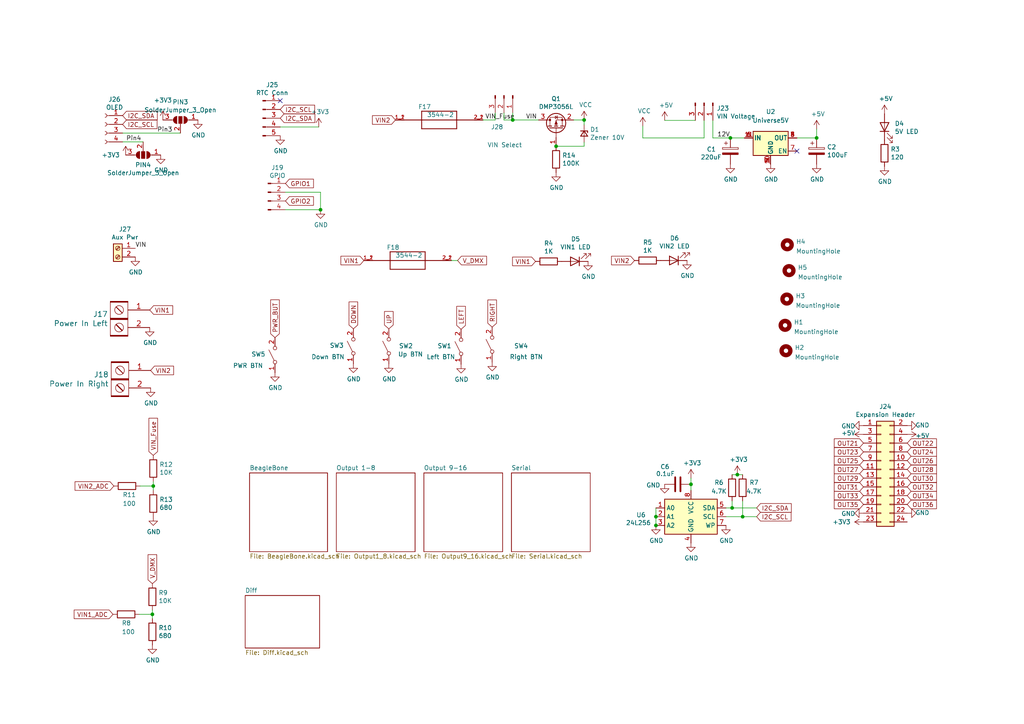
<source format=kicad_sch>
(kicad_sch (version 20211123) (generator eeschema)
  (paper "A4")
  (title_block (title "BBB 16 SMD") (date "2022-08-14") (rev "v3") (company "Scott Hanson"))
  (lib_symbols
    (symbol "BBB_16-rescue:3544-2-Keystone_Fuse" (pin_names (offset 1.016) hide)
      (property "Reference" "F" (at -5.08 3.302 0))
      (property "Value" "3544-2-Keystone_Fuse" (at -5.08 -5.08 0))
      (symbol "3544-2-Keystone_Fuse_0_0"
        (pin passive line (at -12.7 0 0) (length 2.54) (name "1") (number "1_1"))
        (pin passive line (at -12.7 0 0) (length 2.54) (name "1") (number "1_2"))
        (pin passive line (at 12.7 0 180) (length 2.54) (name "2") (number "2_1"))
        (pin passive line (at 12.7 0 180) (length 2.54) (name "2") (number "2_2"))
      )
    )
    (symbol "BBB_16-rescue:CP-Device" (pin_numbers hide) (pin_names (offset 0.254))
      (property "Reference" "C" (at 0.635 2.54 0))
      (property "Value" "CP-Device" (at 0.635 -2.54 0))
      (symbol "CP-Device_1_1"
        (pin passive line (at 0 3.81 270) (length 2.794) (name "~") (number "1"))
        (pin passive line (at 0 -3.81 90) (length 2.794) (name "~") (number "2"))
      )
    )
    (symbol "Barrier_Blocks:BARRIER_BLOCK_1ROW_2POS" (pin_names (offset 1.016) hide)
      (property "Reference" "TB" (at 0.127 -6.731 0))
      (property "Value" "BARRIER_BLOCK_1ROW_2POS" (at 0.254 6.35 0))
      (symbol "BARRIER_BLOCK_1ROW_2POS_1_1"
        (pin passive line (at -8.89 2.54 0) (length 6.35) (name "P1") (number "1"))
        (pin passive line (at -8.89 -2.54 0) (length 6.35) (name "P2") (number "2"))
      )
    )
    (symbol "Connector:Conn_01x03_Male" (pin_names (offset 1.016) hide)
      (property "Reference" "J" (at 0 5.08 0))
      (property "Value" "Conn_01x03_Male" (at 0 -5.08 0))
      (symbol "Conn_01x03_Male_1_1"
        (pin passive line (at 5.08 2.54 180) (length 3.81) (name "Pin_1") (number "1"))
        (pin passive line (at 5.08 0 180) (length 3.81) (name "Pin_2") (number "2"))
        (pin passive line (at 5.08 -2.54 180) (length 3.81) (name "Pin_3") (number "3"))
      )
    )
    (symbol "Connector:Conn_01x04_Female" (pin_names (offset 1.016) hide)
      (property "Reference" "J" (at 0 5.08 0))
      (property "Value" "Conn_01x04_Female" (at 0 -7.62 0))
      (symbol "Conn_01x04_Female_1_1"
        (pin passive line (at -5.08 2.54 0) (length 3.81) (name "Pin_1") (number "1"))
        (pin passive line (at -5.08 0 0) (length 3.81) (name "Pin_2") (number "2"))
        (pin passive line (at -5.08 -2.54 0) (length 3.81) (name "Pin_3") (number "3"))
        (pin passive line (at -5.08 -5.08 0) (length 3.81) (name "Pin_4") (number "4"))
      )
    )
    (symbol "Connector:Conn_01x04_Male" (pin_names (offset 1.016) hide)
      (property "Reference" "J" (at 0 5.08 0))
      (property "Value" "Conn_01x04_Male" (at 0 -7.62 0))
      (symbol "Conn_01x04_Male_1_1"
        (pin passive line (at 5.08 2.54 180) (length 3.81) (name "Pin_1") (number "1"))
        (pin passive line (at 5.08 0 180) (length 3.81) (name "Pin_2") (number "2"))
        (pin passive line (at 5.08 -2.54 180) (length 3.81) (name "Pin_3") (number "3"))
        (pin passive line (at 5.08 -5.08 180) (length 3.81) (name "Pin_4") (number "4"))
      )
    )
    (symbol "Connector:Conn_01x05_Male" (pin_names (offset 1.016) hide)
      (property "Reference" "J" (at 0 7.62 0))
      (property "Value" "Conn_01x05_Male" (at 0 -7.62 0))
      (symbol "Conn_01x05_Male_1_1"
        (pin passive line (at 5.08 5.08 180) (length 3.81) (name "Pin_1") (number "1"))
        (pin passive line (at 5.08 2.54 180) (length 3.81) (name "Pin_2") (number "2"))
        (pin passive line (at 5.08 0 180) (length 3.81) (name "Pin_3") (number "3"))
        (pin passive line (at 5.08 -2.54 180) (length 3.81) (name "Pin_4") (number "4"))
        (pin passive line (at 5.08 -5.08 180) (length 3.81) (name "Pin_5") (number "5"))
      )
    )
    (symbol "Connector:Screw_Terminal_01x02" (pin_names (offset 1.016) hide)
      (property "Reference" "J" (at 0 2.54 0))
      (property "Value" "Screw_Terminal_01x02" (at 0 -5.08 0))
      (symbol "Screw_Terminal_01x02_1_1"
        (pin passive line (at -5.08 0 0) (length 3.81) (name "Pin_1") (number "1"))
        (pin passive line (at -5.08 -2.54 0) (length 3.81) (name "Pin_2") (number "2"))
      )
    )
    (symbol "Connector_Generic:Conn_02x12_Odd_Even" (pin_names (offset 1.016) hide)
      (property "Reference" "J" (at 1.27 15.24 0))
      (property "Value" "Conn_02x12_Odd_Even" (at 1.27 -17.78 0))
      (symbol "Conn_02x12_Odd_Even_1_1"
        (pin passive line (at -5.08 12.7 0) (length 3.81) (name "Pin_1") (number "1"))
        (pin passive line (at 7.62 2.54 180) (length 3.81) (name "Pin_10") (number "10"))
        (pin passive line (at -5.08 0 0) (length 3.81) (name "Pin_11") (number "11"))
        (pin passive line (at 7.62 0 180) (length 3.81) (name "Pin_12") (number "12"))
        (pin passive line (at -5.08 -2.54 0) (length 3.81) (name "Pin_13") (number "13"))
        (pin passive line (at 7.62 -2.54 180) (length 3.81) (name "Pin_14") (number "14"))
        (pin passive line (at -5.08 -5.08 0) (length 3.81) (name "Pin_15") (number "15"))
        (pin passive line (at 7.62 -5.08 180) (length 3.81) (name "Pin_16") (number "16"))
        (pin passive line (at -5.08 -7.62 0) (length 3.81) (name "Pin_17") (number "17"))
        (pin passive line (at 7.62 -7.62 180) (length 3.81) (name "Pin_18") (number "18"))
        (pin passive line (at -5.08 -10.16 0) (length 3.81) (name "Pin_19") (number "19"))
        (pin passive line (at 7.62 12.7 180) (length 3.81) (name "Pin_2") (number "2"))
        (pin passive line (at 7.62 -10.16 180) (length 3.81) (name "Pin_20") (number "20"))
        (pin passive line (at -5.08 -12.7 0) (length 3.81) (name "Pin_21") (number "21"))
        (pin passive line (at 7.62 -12.7 180) (length 3.81) (name "Pin_22") (number "22"))
        (pin passive line (at -5.08 -15.24 0) (length 3.81) (name "Pin_23") (number "23"))
        (pin passive line (at 7.62 -15.24 180) (length 3.81) (name "Pin_24") (number "24"))
        (pin passive line (at -5.08 10.16 0) (length 3.81) (name "Pin_3") (number "3"))
        (pin passive line (at 7.62 10.16 180) (length 3.81) (name "Pin_4") (number "4"))
        (pin passive line (at -5.08 7.62 0) (length 3.81) (name "Pin_5") (number "5"))
        (pin passive line (at 7.62 7.62 180) (length 3.81) (name "Pin_6") (number "6"))
        (pin passive line (at -5.08 5.08 0) (length 3.81) (name "Pin_7") (number "7"))
        (pin passive line (at 7.62 5.08 180) (length 3.81) (name "Pin_8") (number "8"))
        (pin passive line (at -5.08 2.54 0) (length 3.81) (name "Pin_9") (number "9"))
      )
    )
    (symbol "Device:C" (pin_numbers hide) (pin_names (offset 0.254))
      (property "Reference" "C" (at 0.635 2.54 0))
      (property "Value" "C" (at 0.635 -2.54 0))
      (symbol "C_1_1"
        (pin passive line (at 0 3.81 270) (length 2.794) (name "~") (number "1"))
        (pin passive line (at 0 -3.81 90) (length 2.794) (name "~") (number "2"))
      )
    )
    (symbol "Device:D_Zener_Small" (pin_numbers hide) (pin_names (offset 0.254) hide)
      (property "Reference" "D" (at 0 2.286 0))
      (property "Value" "D_Zener_Small" (at 0 -2.286 0))
      (symbol "D_Zener_Small_1_1"
        (pin passive line (at -2.54 0 0) (length 1.778) (name "K") (number "1"))
        (pin passive line (at 2.54 0 180) (length 1.778) (name "A") (number "2"))
      )
    )
    (symbol "Device:LED" (pin_numbers hide) (pin_names (offset 1.016) hide)
      (property "Reference" "D" (at 0 2.54 0))
      (property "Value" "LED" (at 0 -2.54 0))
      (symbol "LED_1_1"
        (pin passive line (at -3.81 0 0) (length 2.54) (name "K") (number "1"))
        (pin passive line (at 3.81 0 180) (length 2.54) (name "A") (number "2"))
      )
    )
    (symbol "Device:Q_PMOS_GSD" (pin_names (offset 0) hide)
      (property "Reference" "Q" (at 5.08 1.27 0))
      (property "Value" "Q_PMOS_GSD" (at 5.08 -1.27 0))
      (symbol "Q_PMOS_GSD_1_1"
        (pin input line (at -5.08 0 0) (length 2.54) (name "G") (number "1"))
        (pin passive line (at 2.54 -5.08 90) (length 2.54) (name "S") (number "2"))
        (pin passive line (at 2.54 5.08 270) (length 2.54) (name "D") (number "3"))
      )
    )
    (symbol "Device:R" (pin_numbers hide) (pin_names (offset 0))
      (property "Reference" "R" (at 2.032 0 90))
      (property "Value" "R" (at 0 0 90))
      (symbol "R_1_1"
        (pin passive line (at 0 3.81 270) (length 1.27) (name "~") (number "1"))
        (pin passive line (at 0 -3.81 90) (length 1.27) (name "~") (number "2"))
      )
    )
    (symbol "Jumper:SolderJumper_3_Open" (pin_names (offset 0) hide)
      (property "Reference" "JP" (at -2.54 -2.54 0))
      (property "Value" "SolderJumper_3_Open" (at 0 2.794 0))
      (symbol "SolderJumper_3_Open_1_1"
        (pin passive line (at -5.08 0 0) (length 2.54) (name "A") (number "1"))
        (pin input line (at 0 -3.81 90) (length 2.54) (name "C") (number "2"))
        (pin passive line (at 5.08 0 180) (length 2.54) (name "B") (number "3"))
      )
    )
    (symbol "Mechanical:MountingHole" (pin_names (offset 1.016))
      (property "Reference" "H" (at 0 5.08 0))
      (property "Value" "MountingHole" (at 0 3.175 0))
    )
    (symbol "Memory_EEPROM:24LC32"
      (property "Reference" "U" (at -6.35 6.35 0))
      (property "Value" "24LC32" (at 1.27 6.35 0))
      (symbol "24LC32_1_1"
        (pin input line (at -10.16 2.54 0) (length 2.54) (name "A0") (number "1"))
        (pin input line (at -10.16 0 0) (length 2.54) (name "A1") (number "2"))
        (pin input line (at -10.16 -2.54 0) (length 2.54) (name "A2") (number "3"))
        (pin power_in line (at 0 -7.62 90) (length 2.54) (name "GND") (number "4"))
        (pin bidirectional line (at 10.16 2.54 180) (length 2.54) (name "SDA") (number "5"))
        (pin input line (at 10.16 0 180) (length 2.54) (name "SCL") (number "6"))
        (pin input line (at 10.16 -2.54 180) (length 2.54) (name "WP") (number "7"))
        (pin power_in line (at 0 7.62 270) (length 2.54) (name "VCC") (number "8"))
      )
    )
    (symbol "PB_16-rescue:3544-2-Keystone_Fuse" (pin_names (offset 1.016) hide)
      (property "Reference" "F" (at -5.08 3.302 0))
      (property "Value" "3544-2-Keystone_Fuse" (at -5.08 -5.08 0))
      (symbol "3544-2-Keystone_Fuse_0_0"
        (pin passive line (at -12.7 0 0) (length 2.54) (name "1") (number "1_1"))
        (pin passive line (at -12.7 0 0) (length 2.54) (name "1") (number "1_2"))
        (pin passive line (at 12.7 0 180) (length 2.54) (name "2") (number "2_1"))
        (pin passive line (at 12.7 0 180) (length 2.54) (name "2") (number "2_2"))
      )
    )
    (symbol "Scotts:Universe5V" (pin_names (offset 0.254))
      (property "Reference" "U" (at -3.81 3.175 0))
      (property "Value" "Universe5V" (at 0 3.175 0))
      (symbol "Universe5V_0_0"
        (pin power_in line (at 0 -7.62 90) (length 2.54) (name "GND") (number "10"))
        (pin power_in line (at -7.62 0 0) (length 2.54) (name "IN") (number "11"))
        (pin power_out line (at 7.62 0 180) (length 2.54) (name "OUT") (number "4"))
        (pin power_in line (at 0 -7.62 90) (length 2.54) (name "GND") (number "5"))
        (pin power_in line (at -7.62 0 0) (length 2.54) (name "IN") (number "6"))
        (pin output line (at 7.62 -3.81 180) (length 2.54) (name "EN") (number "7"))
        (pin power_out line (at 7.62 0 180) (length 2.54) (name "OUT") (number "8"))
        (pin power_in line (at 0 -7.62 90) (length 2.54) (name "GND") (number "9"))
      )
      (symbol "Universe5V_1_1"
        (pin power_in line (at -7.62 0 0) (length 2.54) (name "IN") (number "1"))
        (pin power_in line (at 0 -7.62 90) (length 2.54) (name "GND") (number "2"))
        (pin power_out line (at 7.62 0 180) (length 2.54) (name "OUT") (number "3"))
      )
    )
    (symbol "Switch:SW_SPST" (pin_names (offset 0) hide)
      (property "Reference" "SW" (at 0 3.175 0))
      (property "Value" "SW_SPST" (at 0 -2.54 0))
      (symbol "SW_SPST_1_1"
        (pin passive line (at -5.08 0 0) (length 2.54) (name "A") (number "1"))
        (pin passive line (at 5.08 0 180) (length 2.54) (name "B") (number "2"))
      )
    )
    (symbol "power:+3.3V" (power) (pin_names (offset 0))
      (property "Value" "+3.3V" (at 0 3.556 0))
      (symbol "+3.3V_1_1"
        (pin power_in line (at 0 0 90) (length 0) hide (name "+3V3") (number "1"))
      )
    )
    (symbol "power:+5V" (power) (pin_names (offset 0))
      (property "Value" "+5V" (at 0 3.556 0))
      (symbol "+5V_1_1"
        (pin power_in line (at 0 0 90) (length 0) hide (name "+5V") (number "1"))
      )
    )
    (symbol "power:GND" (power) (pin_names (offset 0))
      (property "Value" "GND" (at 0 -3.81 0))
      (symbol "GND_1_1"
        (pin power_in line (at 0 0 270) (length 0) hide (name "GND") (number "1"))
      )
    )
    (symbol "power:VCC" (power) (pin_names (offset 0))
      (property "Value" "VCC" (at 0 3.81 0))
      (symbol "VCC_1_1"
        (pin power_in line (at 0 0 90) (length 0) hide (name "VCC") (number "1"))
      )
    )
  )
  (junction (at 44.196 178.181))
  (junction (at 92.964 60.833))
  (junction (at 148.717 34.798))
  (junction (at 215.392 149.86))
  (junction (at 213.868 137.668))
  (junction (at 161.29 42.418))
  (junction (at 212.344 147.32))
  (junction (at 44.45 140.97))
  (junction (at 190.246 149.86))
  (junction (at 190.246 152.4))
  (junction (at 211.836 40.005))
  (junction (at 200.406 140.462))
  (junction (at 169.418 34.798))
  (junction (at 236.855 40.005))
  (no_connect (at 81.28 29.21))
  (no_connect (at 231.14 43.815))
  (wire (pts (xy 210.566 147.32) (xy 212.344 147.32)))
  (wire (pts (xy 215.392 149.86) (xy 210.566 149.86)))
  (wire (pts (xy 186.436 40.005) (xy 186.436 36.576)))
  (wire (pts (xy 211.836 40.005) (xy 215.9 40.005)))
  (wire (pts (xy 200.406 142.24) (xy 200.406 140.462)))
  (wire (pts (xy 200.406 140.462) (xy 200.406 138.684)))
  (wire (pts (xy 148.717 34.798) (xy 156.21 34.798)))
  (wire (pts (xy 81.28 36.83) (xy 92.456 36.83)))
  (wire (pts (xy 211.836 40.005) (xy 206.756 40.005)))
  (wire (pts (xy 44.45 140.97) (xy 44.45 142.24)))
  (wire (pts (xy 44.45 139.7) (xy 44.45 140.97)))
  (wire (pts (xy 231.14 40.005) (xy 236.855 40.005)))
  (wire (pts (xy 148.717 32.766) (xy 148.717 34.798)))
  (wire (pts (xy 212.344 147.32) (xy 219.456 147.32)))
  (wire (pts (xy 146.177 34.798) (xy 148.717 34.798)))
  (wire (pts (xy 204.216 34.925) (xy 204.216 40.005)))
  (wire (pts (xy 92.964 60.833) (xy 82.804 60.833)))
  (wire (pts (xy 130.937 75.565) (xy 132.715 75.565)))
  (wire (pts (xy 44.45 140.97) (xy 40.64 140.97)))
  (wire (pts (xy 219.456 149.86) (xy 215.392 149.86)))
  (wire (pts (xy 143.637 34.798) (xy 140.081 34.798)))
  (wire (pts (xy 169.418 42.418) (xy 161.29 42.418)))
  (wire (pts (xy 52.324 38.608) (xy 35.56 38.608)))
  (wire (pts (xy 215.392 145.288) (xy 215.392 149.86)))
  (wire (pts (xy 204.216 40.005) (xy 186.436 40.005)))
  (wire (pts (xy 212.344 137.668) (xy 213.868 137.668)))
  (wire (pts (xy 44.196 176.911) (xy 44.196 178.181)))
  (wire (pts (xy 190.246 147.32) (xy 190.246 149.86)))
  (wire (pts (xy 92.964 55.753) (xy 92.964 60.833)))
  (wire (pts (xy 166.37 34.798) (xy 169.418 34.798)))
  (wire (pts (xy 146.177 34.798) (xy 146.177 32.766)))
  (wire (pts (xy 201.676 34.925) (xy 192.786 34.925)))
  (wire (pts (xy 206.756 40.005) (xy 206.756 34.925)))
  (wire (pts (xy 169.418 34.798) (xy 169.418 36.195)))
  (wire (pts (xy 44.196 178.181) (xy 40.386 178.181)))
  (wire (pts (xy 143.637 34.798) (xy 143.637 32.766)))
  (wire (pts (xy 82.804 55.753) (xy 92.964 55.753)))
  (wire (pts (xy 212.344 145.288) (xy 212.344 147.32)))
  (wire (pts (xy 35.56 41.148) (xy 41.529 41.148)))
  (wire (pts (xy 213.868 137.668) (xy 215.392 137.668)))
  (wire (pts (xy 44.196 178.181) (xy 44.196 179.451)))
  (wire (pts (xy 169.418 41.275) (xy 169.418 42.418)))
  (wire (pts (xy 190.246 149.86) (xy 190.246 152.4)))
  (wire (pts (xy 236.855 40.005) (xy 236.855 37.465)))
  (label "Pin4" (at 36.576 41.148 0))
  (label "VIN" (at 39.243 72.009 0))
  (label "VIN_Fuse" (at 140.716 34.798 0))
  (label "VIN" (at 152.527 34.798 0))
  (label "Pin3" (at 45.593 38.608 0))
  (label "12V" (at 208.026 40.005 0))
  (global_label "GPIO2" (shape input) (at 82.804 58.293 0) (property "Intersheet References" "${INTERSHEET_REFS}" (effects hide)))
  (global_label "OUT32" (shape input) (at 263.144 141.224 0) (property "Intersheet References" "${INTERSHEET_REFS}" (effects hide)))
  (global_label "VIN2" (shape input) (at 184.023 75.565 180) (property "Intersheet References" "${INTERSHEET_REFS}" (effects hide)))
  (global_label "OUT34" (shape input) (at 263.144 143.764 0) (property "Intersheet References" "${INTERSHEET_REFS}" (effects hide)))
  (global_label "OUT23" (shape input) (at 250.444 131.064 180) (property "Intersheet References" "${INTERSHEET_REFS}" (effects hide)))
  (global_label "DOWN" (shape input) (at 102.489 95.377 90) (property "Intersheet References" "${INTERSHEET_REFS}" (effects hide)))
  (global_label "VIN2" (shape input) (at 43.688 107.442 0) (property "Intersheet References" "${INTERSHEET_REFS}" (effects hide)))
  (global_label "OUT30" (shape input) (at 263.144 138.684 0) (property "Intersheet References" "${INTERSHEET_REFS}" (effects hide)))
  (global_label "OUT27" (shape input) (at 250.444 136.144 180) (property "Intersheet References" "${INTERSHEET_REFS}" (effects hide)))
  (global_label "V_DMX" (shape input) (at 44.196 169.291 90) (property "Intersheet References" "${INTERSHEET_REFS}" (effects hide)))
  (global_label "PWR_BUT" (shape input) (at 79.756 97.917 90) (property "Intersheet References" "${INTERSHEET_REFS}" (effects hide)))
  (global_label "I2C_SCL" (shape input) (at 81.28 31.75 0) (property "Intersheet References" "${INTERSHEET_REFS}" (effects hide)))
  (global_label "UP" (shape input) (at 112.776 95.377 90) (property "Intersheet References" "${INTERSHEET_REFS}" (effects hide)))
  (global_label "OUT25" (shape input) (at 250.444 133.604 180) (property "Intersheet References" "${INTERSHEET_REFS}" (effects hide)))
  (global_label "VIN2_ADC" (shape input) (at 33.02 140.97 180) (property "Intersheet References" "${INTERSHEET_REFS}" (effects hide)))
  (global_label "I2C_SCL" (shape input) (at 35.56 36.068 0) (property "Intersheet References" "${INTERSHEET_REFS}" (effects hide)))
  (global_label "V_DMX" (shape input) (at 132.715 75.565 0) (property "Intersheet References" "${INTERSHEET_REFS}" (effects hide)))
  (global_label "I2C_SDA" (shape input) (at 35.56 33.528 0) (property "Intersheet References" "${INTERSHEET_REFS}" (effects hide)))
  (global_label "RIGHT" (shape input) (at 142.748 94.869 90) (property "Intersheet References" "${INTERSHEET_REFS}" (effects hide)))
  (global_label "LEFT" (shape input) (at 133.731 95.504 90) (property "Intersheet References" "${INTERSHEET_REFS}" (effects hide)))
  (global_label "OUT35" (shape input) (at 250.444 146.304 180) (property "Intersheet References" "${INTERSHEET_REFS}" (effects hide)))
  (global_label "VIN1" (shape input) (at 105.537 75.565 180) (property "Intersheet References" "${INTERSHEET_REFS}" (effects hide)))
  (global_label "I2C_SDA" (shape input) (at 81.28 34.29 0) (property "Intersheet References" "${INTERSHEET_REFS}" (effects hide)))
  (global_label "OUT33" (shape input) (at 250.444 143.764 180) (property "Intersheet References" "${INTERSHEET_REFS}" (effects hide)))
  (global_label "OUT31" (shape input) (at 250.444 141.224 180) (property "Intersheet References" "${INTERSHEET_REFS}" (effects hide)))
  (global_label "OUT26" (shape input) (at 263.144 133.604 0) (property "Intersheet References" "${INTERSHEET_REFS}" (effects hide)))
  (global_label "VIN2" (shape input) (at 114.681 34.798 180) (property "Intersheet References" "${INTERSHEET_REFS}" (effects hide)))
  (global_label "VIN1" (shape input) (at 43.434 89.916 0) (property "Intersheet References" "${INTERSHEET_REFS}" (effects hide)))
  (global_label "OUT36" (shape input) (at 263.144 146.304 0) (property "Intersheet References" "${INTERSHEET_REFS}" (effects hide)))
  (global_label "GPIO1" (shape input) (at 82.804 53.213 0) (property "Intersheet References" "${INTERSHEET_REFS}" (effects hide)))
  (global_label "OUT21" (shape input) (at 250.444 128.524 180) (property "Intersheet References" "${INTERSHEET_REFS}" (effects hide)))
  (global_label "VIN_Fuse" (shape input) (at 44.45 132.08 90) (property "Intersheet References" "${INTERSHEET_REFS}" (effects hide)))
  (global_label "OUT28" (shape input) (at 263.144 136.144 0) (property "Intersheet References" "${INTERSHEET_REFS}" (effects hide)))
  (global_label "OUT24" (shape input) (at 263.144 131.064 0) (property "Intersheet References" "${INTERSHEET_REFS}" (effects hide)))
  (global_label "I2C_SCL" (shape input) (at 219.456 149.86 0) (property "Intersheet References" "${INTERSHEET_REFS}" (effects hide)))
  (global_label "VIN1" (shape input) (at 155.321 75.819 180) (property "Intersheet References" "${INTERSHEET_REFS}" (effects hide)))
  (global_label "OUT22" (shape input) (at 263.144 128.524 0) (property "Intersheet References" "${INTERSHEET_REFS}" (effects hide)))
  (global_label "I2C_SDA" (shape input) (at 219.456 147.32 0) (property "Intersheet References" "${INTERSHEET_REFS}" (effects hide)))
  (global_label "OUT29" (shape input) (at 250.444 138.684 180) (property "Intersheet References" "${INTERSHEET_REFS}" (effects hide)))
  (global_label "VIN1_ADC" (shape input) (at 32.766 178.181 180) (property "Intersheet References" "${INTERSHEET_REFS}" (effects hide)))
  (symbol (lib_id "BBB_16-rescue:CP-Device") (at 236.855 43.815 0) (unit 1)
    (property "Reference" "C2" (at 239.8522 42.6466 0) (effects (justify left)))
    (property "Value" "100uF" (at 239.8522 44.958 0) (effects (justify left)))
    (property "Footprint" "Capacitor_SMD:CP_Elec_6.3x5.4_Nichicon" (effects hide))
    (property "Digi-Key_PN" "493-2105-1-ND" (effects hide))
    (property "MPN" "UWX1C101MCL1GB" (effects hide))
    (property "LCSC" "C134723" (effects hide))
  )
  (symbol (lib_id "BBB_16-rescue:CP-Device") (at 211.836 43.815 0) (unit 1)
    (property "Reference" "C1" (at 204.978 43.307 0) (effects (justify left)))
    (property "Value" "220uF" (at 203.2 45.593 0) (effects (justify left)))
    (property "Footprint" "Capacitor_THT:CP_Radial_D10.0mm_P5.00mm" (effects hide))
    (property "Digi-Key_PN" "P5183-ND" (effects hide))
    (property "MPN" "ECA-1HM221" (effects hide))
    (property "LCSC" "C88784" (effects hide))
  )
  (symbol (lib_id "power:GND") (at 43.434 94.996 0) (unit 1)
    (property "Reference" "#PWR0101" (effects hide))
    (property "Value" "GND" (at 43.561 99.3902 0))
  )
  (symbol (lib_id "power:GND") (at 223.52 47.625 0) (unit 1)
    (property "Reference" "#PWR0113" (effects hide))
    (property "Value" "GND" (at 223.647 52.0192 0))
  )
  (symbol (lib_id "power:GND") (at 236.855 47.625 0) (unit 1)
    (property "Reference" "#PWR0114" (effects hide))
    (property "Value" "GND" (at 236.982 52.0192 0))
  )
  (symbol (lib_id "power:GND") (at 211.836 47.625 0) (unit 1)
    (property "Reference" "#PWR0115" (effects hide))
    (property "Value" "GND" (at 211.963 52.0192 0))
  )
  (symbol (lib_id "power:+5V") (at 236.855 37.465 0) (unit 1)
    (property "Reference" "#PWR0116" (effects hide))
    (property "Value" "+5V" (at 237.236 33.0708 0))
  )
  (symbol (lib_id "Connector:Conn_01x03_Male") (at 204.216 29.845 270) (unit 1)
    (property "Reference" "J23" (at 207.8736 31.4198 90) (effects (justify left)))
    (property "Value" "VIN Voltage" (at 207.8736 33.7312 90) (effects (justify left)))
    (property "Footprint" "Connector_PinHeader_2.54mm:PinHeader_1x03_P2.54mm_Vertical" (effects hide))
    (property "Digi-Key_PN" "732-5316-ND" (effects hide))
    (property "MPN" "61300311121" (effects hide))
    (property "LCSC" "C49257" (effects hide))
  )
  (symbol (lib_id "power:+5V") (at 192.786 34.925 0) (unit 1)
    (property "Reference" "#PWR047" (effects hide))
    (property "Value" "+5V" (at 193.167 30.5308 0))
  )
  (symbol (lib_id "power:GND") (at 43.688 112.522 0) (unit 1)
    (property "Reference" "#PWR02" (effects hide))
    (property "Value" "GND" (at 43.815 116.9162 0))
  )
  (symbol (lib_id "Connector:Conn_01x05_Male") (at 76.2 34.29 0) (unit 1)
    (property "Reference" "J25" (at 78.9432 24.6126 0))
    (property "Value" "RTC Conn" (at 78.9432 26.924 0))
    (property "Footprint" "Connector_PinHeader_2.54mm:PinHeader_1x05_P2.54mm_Vertical" (effects hide))
    (property "Digi-Key_PN" "732-5318-ND" (effects hide))
    (property "MPN" "61300511121" (effects hide))
    (property "LCSC" "C358687" (effects hide))
  )
  (symbol (lib_id "power:GND") (at 81.28 39.37 0) (unit 1)
    (property "Reference" "#PWR039" (effects hide))
    (property "Value" "GND" (at 81.407 43.7642 0))
  )
  (symbol (lib_id "BBB_16-rescue:3544-2-Keystone_Fuse") (at 118.237 75.565 0) (unit 1)
    (property "Reference" "F18" (at 112.141 71.755 0) (effects (justify left)))
    (property "Value" "3544-2" (at 114.681 74.041 0) (effects (justify left)))
    (property "Footprint" "Keystone_Fuse:FUSE_3544-2" (effects hide))
    (property "Field4" "3544-2" (effects hide))
    (property "Field5" "None" (effects hide))
    (property "Field6" "Unavailable" (effects hide))
    (property "Field7" "Fuse Clip; 500 VAC; 30 A; PCB; For 0.110 in. x 0.032 in. mini blade fuses" (effects hide))
    (property "Field8" "Keystone Electronics" (effects hide))
    (property "Digi-Key_PN" "36-3544-2-ND" (effects hide))
    (property "MPN" "3544-2" (effects hide))
    (property "LCSC" "C492610" (effects hide))
  )
  (symbol (lib_id "Connector:Conn_01x04_Female") (at 30.48 36.068 0) (mirror y) (unit 1)
    (property "Reference" "J26" (at 33.2232 28.829 0))
    (property "Value" "OLED" (at 33.2232 31.1404 0))
    (property "Footprint" "Scotts:OLED-SSD1306-128X64-I2C-THT_2HOLE" (effects hide))
    (property "Digi-Key_PN" "S7002-ND" (effects hide))
    (property "MPN" "PPTC041LFBN-RC" (effects hide))
    (property "LCSC" "C225501" (effects hide))
  )
  (symbol (lib_id "power:GND") (at 57.404 34.798 0) (unit 1)
    (property "Reference" "#PWR051" (effects hide))
    (property "Value" "GND" (at 57.531 39.1922 0))
  )
  (symbol (lib_id "power:+3.3V") (at 92.456 36.83 0) (unit 1)
    (property "Reference" "#PWR0104" (effects hide))
    (property "Value" "+3.3V" (at 92.837 32.4358 0))
  )
  (symbol (lib_id "power:+3.3V") (at 47.244 34.798 0) (unit 1)
    (property "Reference" "#PWR0108" (effects hide))
    (property "Value" "+3.3V" (at 47.244 29.083 0))
  )
  (symbol (lib_id "Device:LED") (at 166.751 75.819 180) (unit 1)
    (property "Reference" "D5" (at 166.9288 69.342 0))
    (property "Value" "VIN1 LED" (at 166.9288 71.6534 0))
    (property "Footprint" "LED_SMD:LED_0603_1608Metric_Pad1.05x0.95mm_HandSolder" (effects hide))
    (property "Digi-Key_PN" "160-1436-2-ND" (effects hide))
    (property "MPN" "LTST-C190KRKT" (effects hide))
    (property "LCSC" "C2286" (effects hide))
  )
  (symbol (lib_id "Device:LED") (at 195.453 75.565 180) (unit 1)
    (property "Reference" "D6" (at 195.6308 69.088 0))
    (property "Value" "VIN2 LED" (at 195.6308 71.3994 0))
    (property "Footprint" "LED_SMD:LED_0603_1608Metric_Pad1.05x0.95mm_HandSolder" (effects hide))
    (property "Digi-Key_PN" "160-1436-2-ND" (effects hide))
    (property "MPN" "LTST-C190KRKT" (effects hide))
    (property "LCSC" "C2286" (effects hide))
  )
  (symbol (lib_id "Device:R") (at 159.131 75.819 270) (unit 1)
    (property "Reference" "R4" (at 159.131 70.5612 90))
    (property "Value" "1K" (at 159.131 72.8726 90))
    (property "Footprint" "Resistor_SMD:R_0603_1608Metric_Pad0.98x0.95mm_HandSolder" (effects hide))
    (property "Digi-Key_PN" "311-1.00KHRTR-ND" (effects hide))
    (property "MPN" "RC0603FR-071KL" (effects hide))
    (property "LCSC" "C21190" (effects hide))
  )
  (symbol (lib_id "Device:R") (at 187.833 75.565 270) (unit 1)
    (property "Reference" "R5" (at 187.833 70.3072 90))
    (property "Value" "1K" (at 187.833 72.6186 90))
    (property "Footprint" "Resistor_SMD:R_0603_1608Metric_Pad0.98x0.95mm_HandSolder" (effects hide))
    (property "Digi-Key_PN" "311-1.00KHRTR-ND" (effects hide))
    (property "MPN" "RC0603FR-071KL" (effects hide))
    (property "LCSC" "C21190" (effects hide))
  )
  (symbol (lib_id "power:GND") (at 170.561 75.819 0) (unit 1)
    (property "Reference" "#PWR0111" (effects hide))
    (property "Value" "GND" (at 170.688 80.2132 0))
  )
  (symbol (lib_id "power:GND") (at 199.263 75.565 0) (unit 1)
    (property "Reference" "#PWR0112" (effects hide))
    (property "Value" "GND" (at 199.39 79.9592 0))
  )
  (symbol (lib_id "Device:R") (at 256.54 44.45 180) (unit 1)
    (property "Reference" "R3" (at 258.318 43.2816 0) (effects (justify right)))
    (property "Value" "120" (at 258.318 45.593 0) (effects (justify right)))
    (property "Footprint" "Resistor_SMD:R_0603_1608Metric_Pad0.98x0.95mm_HandSolder" (effects hide))
    (property "Digi-Key_PN" "A129677CT-ND" (effects hide))
    (property "MPN" "CRGCQ0603F120R" (effects hide))
    (property "LCSC" "C22787" (effects hide))
  )
  (symbol (lib_id "Device:LED") (at 256.54 36.83 90) (unit 1)
    (property "Reference" "D4" (at 259.5118 35.8394 90) (effects (justify right)))
    (property "Value" "5V LED" (at 259.5118 38.1508 90) (effects (justify right)))
    (property "Footprint" "LED_SMD:LED_0603_1608Metric_Pad1.05x0.95mm_HandSolder" (effects hide))
    (property "Digi-Key_PN" "160-1436-2-ND" (effects hide))
    (property "MPN" "LTST-C190KRKT" (effects hide))
    (property "LCSC" "C2286" (effects hide))
  )
  (symbol (lib_id "power:+5V") (at 256.54 33.02 0) (unit 1)
    (property "Reference" "#PWR040" (effects hide))
    (property "Value" "+5V" (at 256.921 28.6258 0))
  )
  (symbol (lib_id "power:GND") (at 256.54 48.26 0) (unit 1)
    (property "Reference" "#PWR052" (effects hide))
    (property "Value" "GND" (at 256.667 52.6542 0))
  )
  (symbol (lib_id "Memory_EEPROM:24LC32") (at 200.406 149.86 0) (unit 1)
    (property "Reference" "U6" (at 185.928 149.352 0))
    (property "Value" "24L256" (at 185.166 151.638 0))
    (property "Footprint" "Package_SO:SOIC-8_3.9x4.9mm_P1.27mm" (effects hide))
    (property "Datasheet" "http://ww1.microchip.com/downloads/en/DeviceDoc/21072G.pdf" (effects hide))
    (property "Digi-Key_PN" "24LC256T-I/MSCT-ND" (effects hide))
    (property "MPN" "24LC256T-I/MS" (effects hide))
    (property "LCSC" "C6482" (effects hide))
  )
  (symbol (lib_id "power:GND") (at 210.566 152.4 0) (unit 1)
    (property "Reference" "#PWR059" (effects hide))
    (property "Value" "GND" (at 210.693 156.7942 0))
  )
  (symbol (lib_id "power:+3.3V") (at 200.406 138.684 0) (unit 1)
    (property "Reference" "#PWR057" (effects hide))
    (property "Value" "+3.3V" (at 200.787 134.2898 0))
  )
  (symbol (lib_id "power:GND") (at 200.406 157.48 0) (unit 1)
    (property "Reference" "#PWR058" (effects hide))
    (property "Value" "GND" (at 200.533 161.8742 0))
  )
  (symbol (lib_id "power:GND") (at 192.786 140.462 0) (unit 1)
    (property "Reference" "#PWR056" (effects hide))
    (property "Value" "GND" (at 189.484 140.716 0))
  )
  (symbol (lib_id "Device:C") (at 196.596 140.462 270) (unit 1)
    (property "Reference" "C6" (at 191.516 135.382 90) (effects (justify left)))
    (property "Value" "0.1uF" (at 190.246 137.414 90) (effects (justify left)))
    (property "Footprint" "Capacitor_SMD:C_0603_1608Metric_Pad1.08x0.95mm_HandSolder" (effects hide))
    (property "Digi-Key_PN" "1276-1935-2-ND" (effects hide))
    (property "MPN" "CL10B104KB8NNWC" (effects hide))
    (property "LCSC" "C14663" (effects hide))
  )
  (symbol (lib_id "Device:R") (at 212.344 141.478 180) (unit 1)
    (property "Reference" "R6" (at 208.534 139.954 0))
    (property "Value" "4.7K" (at 208.534 142.494 0))
    (property "Footprint" "Resistor_SMD:R_0603_1608Metric_Pad0.98x0.95mm_HandSolder" (effects hide))
    (property "Digi-Key_PN" "311-4.7KGRCT-ND" (effects hide))
    (property "MPN" "RC0603JR-074K7L" (effects hide))
    (property "LCSC" "C23162" (effects hide))
  )
  (symbol (lib_id "Device:R") (at 215.392 141.478 180) (unit 1)
    (property "Reference" "R7" (at 218.694 139.954 0))
    (property "Value" "4.7K" (at 218.694 142.494 0))
    (property "Footprint" "Resistor_SMD:R_0603_1608Metric_Pad0.98x0.95mm_HandSolder" (effects hide))
    (property "Digi-Key_PN" "311-4.7KGRCT-ND" (effects hide))
    (property "MPN" "RC0603JR-074K7L" (effects hide))
    (property "LCSC" "C23162" (effects hide))
  )
  (symbol (lib_id "power:+3.3V") (at 213.868 137.668 0) (unit 1)
    (property "Reference" "#PWR060" (effects hide))
    (property "Value" "+3.3V" (at 214.249 133.2738 0))
  )
  (symbol (lib_id "power:GND") (at 190.246 152.4 0) (unit 1)
    (property "Reference" "#PWR0118" (effects hide))
    (property "Value" "GND" (at 190.373 156.7942 0))
  )
  (symbol (lib_id "Switch:SW_SPST") (at 79.756 102.997 90) (unit 1)
    (property "Reference" "SW5" (at 72.898 102.743 90) (effects (justify right)))
    (property "Value" "PWR BTN" (at 67.564 106.045 90) (effects (justify right)))
    (property "Footprint" "Button_Switch_SMD:SW_Push_1P1T_NO_6x6mm_H9.5mm" (effects hide))
    (property "Digi-Key_PN" "CKN9088CT-ND" (effects hide))
    (property "MPN" "PTS645SL50SMTR92 LFS" (effects hide))
    (property "LCSC" "C127509" (effects hide))
  )
  (symbol (lib_id "power:GND") (at 79.756 108.077 0) (unit 1)
    (property "Reference" "#PWR0121" (effects hide))
    (property "Value" "GND" (at 79.883 112.4712 0))
  )
  (symbol (lib_id "Switch:SW_SPST") (at 102.489 100.457 90) (unit 1)
    (property "Reference" "SW3" (at 95.631 100.203 90) (effects (justify right)))
    (property "Value" "Down BTN" (at 90.297 103.505 90) (effects (justify right)))
    (property "Footprint" "Button_Switch_SMD:SW_Push_1P1T_NO_6x6mm_H9.5mm" (effects hide))
    (property "Digi-Key_PN" "CKN9088CT-ND" (effects hide))
    (property "MPN" "PTS645SL50SMTR92 LFS" (effects hide))
    (property "LCSC" "C127509" (effects hide))
  )
  (symbol (lib_id "power:GND") (at 102.489 105.537 0) (unit 1)
    (property "Reference" "#PWR04" (effects hide))
    (property "Value" "GND" (at 102.616 109.9312 0))
  )
  (symbol (lib_id "Switch:SW_SPST") (at 112.776 100.457 90) (unit 1)
    (property "Reference" "SW2" (at 115.697 100.33 90) (effects (justify right)))
    (property "Value" "Up BTN" (at 115.443 102.743 90) (effects (justify right)))
    (property "Footprint" "Button_Switch_SMD:SW_Push_1P1T_NO_6x6mm_H9.5mm" (effects hide))
    (property "Digi-Key_PN" "CKN9088CT-ND" (effects hide))
    (property "MPN" "PTS645SL50SMTR92 LFS" (effects hide))
    (property "LCSC" "C127509" (effects hide))
  )
  (symbol (lib_id "power:GND") (at 112.776 105.537 0) (unit 1)
    (property "Reference" "#PWR06" (effects hide))
    (property "Value" "GND" (at 112.903 109.9312 0))
  )
  (symbol (lib_id "Jumper:SolderJumper_3_Open") (at 52.324 34.798 0) (mirror y) (unit 1)
    (property "Reference" "PIN3" (at 52.324 29.591 0))
    (property "Value" "SolderJumper_3_Open" (at 52.324 31.9024 0))
    (property "Footprint" "Jumper:SolderJumper-3_P1.3mm_Open_Pad1.0x1.5mm" (effects hide))
  )
  (symbol (lib_id "Jumper:SolderJumper_3_Open") (at 41.529 44.958 180) (unit 1)
    (property "Reference" "PIN4" (at 41.529 47.8282 0))
    (property "Value" "SolderJumper_3_Open" (at 41.529 50.1396 0))
    (property "Footprint" "Jumper:SolderJumper-3_P1.3mm_Open_Pad1.0x1.5mm" (effects hide))
  )
  (symbol (lib_id "power:+3.3V") (at 36.449 44.958 0) (unit 1)
    (property "Reference" "#PWR0117" (effects hide))
    (property "Value" "+3.3V" (at 32.131 44.958 0))
  )
  (symbol (lib_id "power:GND") (at 46.609 44.958 0) (unit 1)
    (property "Reference" "#PWR0119" (effects hide))
    (property "Value" "GND" (at 46.736 49.3522 0))
  )
  (symbol (lib_id "Barrier_Blocks:BARRIER_BLOCK_1ROW_2POS") (at 34.544 92.456 0) (mirror y) (unit 1)
    (property "Reference" "J17" (at 31.2928 91.1098 0) (effects (font (size 1.524 1.524)) (justify left)))
    (property "Value" "Power In Left" (at 31.2928 93.8022 0) (effects (font (size 1.524 1.524)) (justify left)))
    (property "Footprint" "Barrier_Blocks:BARRIER_BLOCK_1ROW_2POS_P9.5MM" (effects hide))
    (property "Digi-Key_PN" "ED2953-ND" (effects hide))
    (property "MPN" "OSTYK51102030" (effects hide))
    (property "LCSC" "C707421" (effects hide))
  )
  (symbol (lib_id "Barrier_Blocks:BARRIER_BLOCK_1ROW_2POS") (at 34.798 109.982 0) (mirror y) (unit 1)
    (property "Reference" "J18" (at 31.5468 108.6358 0) (effects (font (size 1.524 1.524)) (justify left)))
    (property "Value" "Power In Right" (at 31.5468 111.3282 0) (effects (font (size 1.524 1.524)) (justify left)))
    (property "Footprint" "Barrier_Blocks:BARRIER_BLOCK_1ROW_2POS_P9.5MM" (effects hide))
    (property "Digi-Key_PN" "ED2953-ND" (effects hide))
    (property "MPN" "OSTYK51102030" (effects hide))
    (property "LCSC" "C707421" (effects hide))
  )
  (symbol (lib_id "Connector_Generic:Conn_02x12_Odd_Even") (at 255.524 136.144 0) (unit 1)
    (property "Reference" "J24" (at 256.794 117.9322 0))
    (property "Value" "Expansion Header" (at 256.794 120.2436 0))
    (property "Footprint" "302-S241:OST_302-S241" (effects hide))
    (property "Digi-Key_PN" "ED10525-ND" (effects hide))
    (property "MPN" "302-S241" (effects hide))
    (property "LCSC" "C221083" (effects hide))
  )
  (symbol (lib_id "power:GND") (at 250.444 123.444 270) (unit 1)
    (property "Reference" "#PWR0105" (effects hide))
    (property "Value" "GND" (at 246.0498 123.571 90))
  )
  (symbol (lib_id "power:+5V") (at 250.444 125.984 90) (unit 1)
    (property "Reference" "#PWR0106" (effects hide))
    (property "Value" "+5V" (at 246.0498 125.603 90))
  )
  (symbol (lib_id "power:+3.3V") (at 250.444 151.384 90) (unit 1)
    (property "Reference" "#PWR0107" (effects hide))
    (property "Value" "+3.3V" (at 244.094 151.384 90))
  )
  (symbol (lib_id "power:GND") (at 263.144 123.444 90) (unit 1)
    (property "Reference" "#PWR0110" (effects hide))
    (property "Value" "GND" (at 267.5382 123.317 90))
  )
  (symbol (lib_id "power:+5V") (at 263.144 125.984 270) (unit 1)
    (property "Reference" "#PWR0120" (effects hide))
    (property "Value" "+5V" (at 267.5382 126.365 90))
  )
  (symbol (lib_id "power:GND") (at 263.144 148.844 90) (unit 1)
    (property "Reference" "#PWR0129" (effects hide))
    (property "Value" "GND" (at 267.5382 148.717 90))
  )
  (symbol (lib_id "power:GND") (at 250.444 148.844 270) (unit 1)
    (property "Reference" "#PWR0130" (effects hide))
    (property "Value" "GND" (at 246.0498 148.971 90))
  )
  (symbol (lib_id "Switch:SW_SPST") (at 133.731 100.584 90) (unit 1)
    (property "Reference" "SW1" (at 126.873 100.33 90) (effects (justify right)))
    (property "Value" "Left BTN" (at 123.698 103.505 90) (effects (justify right)))
    (property "Footprint" "Button_Switch_SMD:SW_Push_1P1T_NO_6x6mm_H9.5mm" (effects hide))
    (property "Digi-Key_PN" "CKN9088CT-ND" (effects hide))
    (property "MPN" "PTS645SL50SMTR92 LFS" (effects hide))
    (property "LCSC" "C127509" (effects hide))
  )
  (symbol (lib_id "power:GND") (at 133.731 105.664 0) (unit 1)
    (property "Reference" "#PWR0131" (effects hide))
    (property "Value" "GND" (at 133.858 110.0582 0))
  )
  (symbol (lib_id "Switch:SW_SPST") (at 142.748 99.949 90) (unit 1)
    (property "Reference" "SW4" (at 149.098 100.33 90) (effects (justify right)))
    (property "Value" "Right BTN" (at 147.828 103.505 90) (effects (justify right)))
    (property "Footprint" "Button_Switch_SMD:SW_Push_1P1T_NO_6x6mm_H9.5mm" (effects hide))
    (property "Digi-Key_PN" "CKN9088CT-ND" (effects hide))
    (property "MPN" "PTS645SL50SMTR92 LFS" (effects hide))
    (property "LCSC" "C127509" (effects hide))
  )
  (symbol (lib_id "power:GND") (at 142.748 105.029 0) (unit 1)
    (property "Reference" "#PWR0132" (effects hide))
    (property "Value" "GND" (at 142.875 109.4232 0))
  )
  (symbol (lib_id "Connector:Conn_01x04_Male") (at 77.724 55.753 0) (unit 1)
    (property "Reference" "J19" (at 80.4672 48.6156 0))
    (property "Value" "GPIO" (at 80.4672 50.927 0))
    (property "Footprint" "Connector_JST:JST_XH_B4B-XH-A_1x04_P2.50mm_Vertical" (effects hide))
    (property "Digi-Key_PN" "455-2249-ND" (effects hide))
    (property "MPN" "B4B-XH-A(LF)(SN)" (effects hide))
    (property "LCSC" "C144395" (effects hide))
  )
  (symbol (lib_id "Connector:Screw_Terminal_01x02") (at 34.163 72.009 0) (mirror y) (unit 1)
    (property "Reference" "J27" (at 36.2458 66.4972 0))
    (property "Value" "Aux Pwr" (at 36.2458 68.8086 0))
    (property "Footprint" "MKDS1_2-3.81:PHOENIX_MKDS1_2-3.81" (effects hide))
    (property "Digi-Key_PN" "277-1947-ND" (effects hide))
    (property "MPN" "1727010" (effects hide))
    (property "LCSC" "C69811" (effects hide))
  )
  (symbol (lib_id "power:GND") (at 39.243 74.549 0) (unit 1)
    (property "Reference" "#PWR044" (effects hide))
    (property "Value" "GND" (at 39.37 78.9432 0))
  )
  (symbol (lib_id "power:GND") (at 92.964 60.833 0) (unit 1)
    (property "Reference" "#PWR0133" (effects hide))
    (property "Value" "GND" (at 93.091 65.2272 0))
  )
  (symbol (lib_id "Device:R") (at 44.196 173.101 0) (unit 1)
    (property "Reference" "R9" (at 45.974 171.9326 0) (effects (justify left)))
    (property "Value" "10K" (at 45.974 174.244 0) (effects (justify left)))
    (property "Footprint" "Resistor_SMD:R_0603_1608Metric_Pad0.98x0.95mm_HandSolder" (effects hide))
    (property "Digi-Key_PN" "311-10.0KHRCT-ND" (effects hide))
    (property "MPN" "RC0603FR-0710KL" (effects hide))
    (property "LCSC" "C25804" (effects hide))
  )
  (symbol (lib_id "Device:R") (at 44.196 183.261 0) (unit 1)
    (property "Reference" "R10" (at 45.974 182.0926 0) (effects (justify left)))
    (property "Value" "680" (at 45.974 184.404 0) (effects (justify left)))
    (property "Footprint" "Resistor_SMD:R_0603_1608Metric_Pad0.98x0.95mm_HandSolder" (effects hide))
    (property "Digi-Key_PN" "311-680HRCT-ND" (effects hide))
    (property "MPN" "RC0603FR-07680RL" (effects hide))
    (property "LCSC" "C23228" (effects hide))
  )
  (symbol (lib_id "power:GND") (at 44.196 187.071 0) (unit 1)
    (property "Reference" "#PWR01" (effects hide))
    (property "Value" "GND" (at 44.323 191.4652 0))
  )
  (symbol (lib_id "Device:R") (at 36.576 178.181 90) (unit 1)
    (property "Reference" "R8" (at 35.306 180.721 90) (effects (justify right)))
    (property "Value" "100" (at 35.306 183.261 90) (effects (justify right)))
    (property "Footprint" "Resistor_SMD:R_0603_1608Metric_Pad0.98x0.95mm_HandSolder" (effects hide))
    (property "Digi-Key_PN" "RMCF0603FT100RCT-ND" (effects hide))
    (property "MPN" "RMCF0603FT100R" (effects hide))
    (property "LCSC" "C22775" (effects hide))
  )
  (symbol (lib_id "Device:R") (at 44.45 135.89 0) (unit 1)
    (property "Reference" "R12" (at 46.228 134.7216 0) (effects (justify left)))
    (property "Value" "10K" (at 46.228 137.033 0) (effects (justify left)))
    (property "Footprint" "Resistor_SMD:R_0603_1608Metric_Pad0.98x0.95mm_HandSolder" (effects hide))
    (property "Digi-Key_PN" "311-10.0KHRCT-ND" (effects hide))
    (property "MPN" "RC0603FR-0710KL" (effects hide))
    (property "LCSC" "C25804" (effects hide))
  )
  (symbol (lib_id "Device:R") (at 44.45 146.05 0) (unit 1)
    (property "Reference" "R13" (at 46.228 144.8816 0) (effects (justify left)))
    (property "Value" "680" (at 46.228 147.193 0) (effects (justify left)))
    (property "Footprint" "Resistor_SMD:R_0603_1608Metric_Pad0.98x0.95mm_HandSolder" (effects hide))
    (property "Digi-Key_PN" "311-680HRCT-ND" (effects hide))
    (property "MPN" "RC0603FR-07680RL" (effects hide))
    (property "LCSC" "C23228" (effects hide))
  )
  (symbol (lib_id "power:GND") (at 44.45 149.86 0) (unit 1)
    (property "Reference" "#PWR048" (effects hide))
    (property "Value" "GND" (at 44.577 154.2542 0))
  )
  (symbol (lib_id "Device:R") (at 36.83 140.97 90) (unit 1)
    (property "Reference" "R11" (at 35.56 143.51 90) (effects (justify right)))
    (property "Value" "100" (at 35.56 146.05 90) (effects (justify right)))
    (property "Footprint" "Resistor_SMD:R_0603_1608Metric_Pad0.98x0.95mm_HandSolder" (effects hide))
    (property "Digi-Key_PN" "RMCF0603FT100RCT-ND" (effects hide))
    (property "MPN" "RMCF0603FT100R" (effects hide))
    (property "LCSC" "C22775" (effects hide))
  )
  (symbol (lib_id "Mechanical:MountingHole") (at 228.346 70.993 0) (unit 1)
    (property "Reference" "H4" (at 230.886 70.0845 0) (effects (justify left)))
    (property "Value" "MountingHole" (at 230.886 72.8596 0) (effects (justify left)))
    (property "Footprint" "MountingHole:MountingHole_3.7mm" (effects hide))
  )
  (symbol (lib_id "Device:D_Zener_Small") (at 169.418 38.735 270) (unit 1)
    (property "Reference" "D1" (at 171.1452 37.5666 90) (effects (justify left)))
    (property "Value" "Zener 10V" (at 171.1452 39.878 90) (effects (justify left)))
    (property "Footprint" "Diode_SMD:D_SOD-123" (effects hide))
    (property "Digi-Key_PN" "MMSZ5240B-FDICT-ND" (effects hide))
    (property "MPN" "MMSZ5240B-7-F" (effects hide))
    (property "LCSC" "C173431" (effects hide))
  )
  (symbol (lib_id "Mechanical:MountingHole") (at 227.711 94.361 0) (unit 1)
    (property "Reference" "H1" (at 230.251 93.4525 0) (effects (justify left)))
    (property "Value" "MountingHole" (at 230.251 96.2276 0) (effects (justify left)))
    (property "Footprint" "MountingHole:MountingHole_3.7mm" (effects hide))
  )
  (symbol (lib_id "Mechanical:MountingHole") (at 227.965 101.727 0) (unit 1)
    (property "Reference" "H2" (at 230.505 100.8185 0) (effects (justify left)))
    (property "Value" "MountingHole" (at 230.505 103.5936 0) (effects (justify left)))
    (property "Footprint" "MountingHole:MountingHole_3.7mm" (effects hide))
  )
  (symbol (lib_id "Mechanical:MountingHole") (at 228.219 86.741 0) (unit 1)
    (property "Reference" "H3" (at 230.759 85.8325 0) (effects (justify left)))
    (property "Value" "MountingHole" (at 230.759 88.6076 0) (effects (justify left)))
    (property "Footprint" "MountingHole:MountingHole_3.7mm" (effects hide))
  )
  (symbol (lib_id "power:VCC") (at 186.436 36.576 0) (unit 1)
    (property "Reference" "#PWR0102" (effects hide))
    (property "Value" "VCC" (at 186.8678 32.1818 0))
  )
  (symbol (lib_id "Device:R") (at 161.29 46.228 180) (unit 1)
    (property "Reference" "R14" (at 163.068 45.0596 0) (effects (justify right)))
    (property "Value" "100K" (at 163.068 47.371 0) (effects (justify right)))
    (property "Footprint" "Resistor_SMD:R_0603_1608Metric_Pad0.98x0.95mm_HandSolder" (effects hide))
    (property "Digi-Key_PN" "YAG1235CT-ND" (effects hide))
    (property "MPN" "RT0603BRD07100KL" (effects hide))
    (property "LCSC" "C25803" (effects hide))
  )
  (symbol (lib_id "Device:Q_PMOS_GSD") (at 161.29 37.338 90) (unit 1)
    (property "Reference" "Q1" (at 161.29 28.6512 90))
    (property "Value" "DMP3056L" (at 161.29 30.9626 90))
    (property "Footprint" "Package_TO_SOT_SMD:SOT-23" (effects hide))
    (property "Digi-Key_PN" "DMP3056L-7DICT-ND" (effects hide))
    (property "MPN" "DMP3056L-7" (effects hide))
    (property "LCSC" "C150724" (effects hide))
  )
  (symbol (lib_id "power:VCC") (at 169.418 34.798 0) (unit 1)
    (property "Reference" "#PWR0103" (effects hide))
    (property "Value" "VCC" (at 169.8498 30.4038 0))
  )
  (symbol (lib_id "Mechanical:MountingHole") (at 228.854 78.486 0) (unit 1)
    (property "Reference" "H5" (at 231.394 77.5775 0) (effects (justify left)))
    (property "Value" "MountingHole" (at 231.394 80.3526 0) (effects (justify left)))
    (property "Footprint" "MountingHole:MountingHole_3.7mm" (effects hide))
  )
  (symbol (lib_id "Scotts:Universe5V") (at 223.52 40.005 0) (unit 1)
    (property "Reference" "U2" (at 223.52 32.385 0))
    (property "Value" "Universe5V" (at 223.52 34.925 0))
    (property "Footprint" "Scotts:Universal_5V_Horizontal" (effects hide))
  )
  (symbol (lib_id "PB_16-rescue:3544-2-Keystone_Fuse") (at 127.381 34.798 0) (unit 1)
    (property "Reference" "F17" (at 121.285 30.988 0) (effects (justify left)))
    (property "Value" "3544-2" (at 123.825 33.274 0) (effects (justify left)))
    (property "Footprint" "Keystone_Fuse:FUSE_3544-2" (effects hide))
    (property "Field4" "3544-2" (effects hide))
    (property "Field5" "None" (effects hide))
    (property "Field6" "Unavailable" (effects hide))
    (property "Field7" "Fuse Clip; 500 VAC; 30 A; PCB; For 0.110 in. x 0.032 in. mini blade fuses" (effects hide))
    (property "Field8" "Keystone Electronics" (effects hide))
    (property "Digi-Key_PN" "36-3544-2-ND" (effects hide))
    (property "MPN" "3544-2" (effects hide))
    (property "LCSC" "C492610" (effects hide))
  )
  (symbol (lib_id "Connector:Conn_01x03_Male") (at 146.177 27.686 270) (unit 1)
    (property "Reference" "J28" (at 142.367 36.83 90) (effects (justify left)))
    (property "Value" "VIN Select" (at 141.351 42.037 90) (effects (justify left)))
    (property "Footprint" "Connector_PinHeader_2.54mm:PinHeader_1x03_P2.54mm_Vertical" (effects hide))
    (property "Digi-Key_PN" "732-5316-ND" (effects hide))
    (property "MPN" "61300311121" (effects hide))
    (property "LCSC" "C49257" (effects hide))
  )
  (symbol (lib_id "power:GND") (at 161.29 50.038 0) (unit 1)
    (property "Reference" "#PWR0134" (effects hide))
    (property "Value" "GND" (at 161.417 54.4322 0))
  )
  (sheet (at 72.39 137.16) (size 22.606 22.86)
    (property "Sheet name" "BeagleBone" (at 72.39 136.4484 0) (effects (justify left bottom)))
    (property "Sheet file" "BeagleBone.kicad_sch" (at 72.39 160.6046 0) (effects (justify left top)))
  )
  (sheet (at 97.536 137.16) (size 22.86 22.86)
    (property "Sheet name" "Output 1-8" (at 97.536 136.4484 0) (effects (justify left bottom)))
    (property "Sheet file" "Output1_8.kicad_sch" (at 97.536 160.6046 0) (effects (justify left top)))
  )
  (sheet (at 122.936 137.16) (size 22.86 22.86)
    (property "Sheet name" "Output 9-16" (at 122.936 136.4484 0) (effects (justify left bottom)))
    (property "Sheet file" "Output9_16.kicad_sch" (at 122.936 160.6046 0) (effects (justify left top)))
  )
  (sheet (at 148.336 137.16) (size 22.86 22.86)
    (property "Sheet name" "Serial" (at 148.336 136.4484 0) (effects (justify left bottom)))
    (property "Sheet file" "Serial.kicad_sch" (at 148.336 160.6046 0) (effects (justify left top)))
  )
  (sheet (at 71.12 172.72) (size 21.59 15.24)
    (property "Sheet name" "Diff" (at 71.12 172.0084 0) (effects (justify left bottom)))
    (property "Sheet file" "Diff.kicad_sch" (at 71.12 188.5446 0) (effects (justify left top)))
  )
)
</source>
